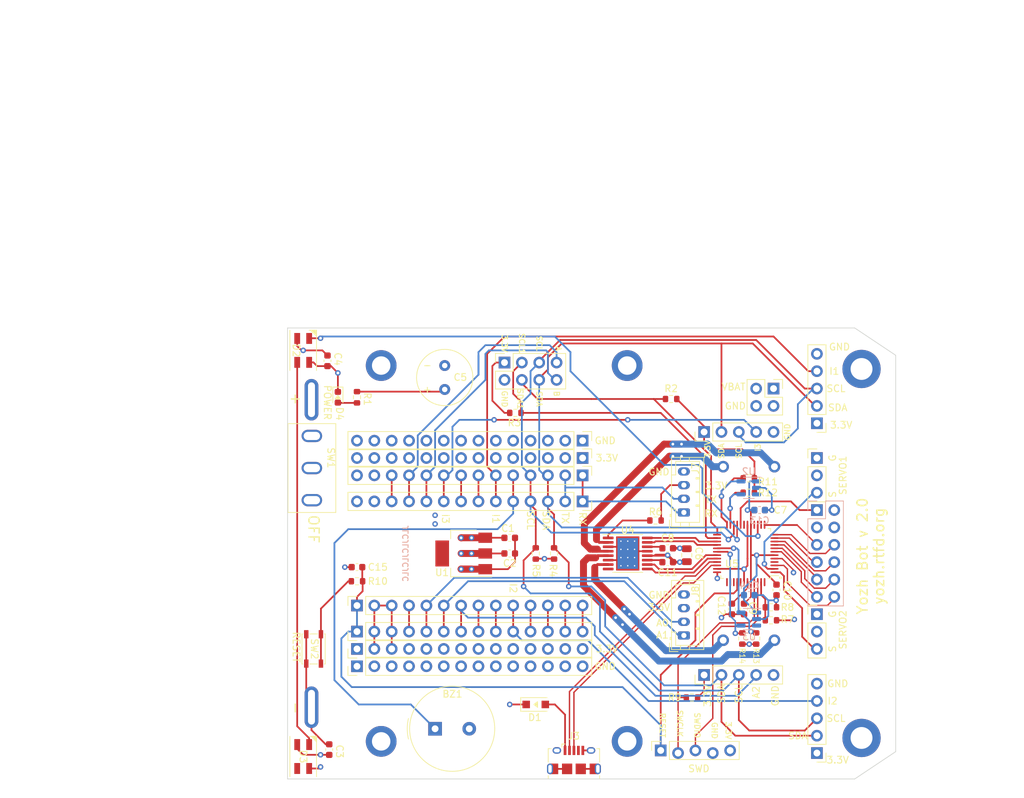
<source format=kicad_pcb>
(kicad_pcb (version 20210722) (generator pcbnew)
  (layers (0 "F.Cu" signal) (1 "In1.Cu" signal) (2 "In2.Cu" signal) (31 "B.Cu" signal) (34 "B.Paste" user) (35 "F.Paste" user) (36 "B.SilkS" user "B.Silkscreen") (37 "F.SilkS" user "F.Silkscreen") (38 "B.Mask" user) (39 "F.Mask" user) (44 "Edge.Cuts" user))
  (net 0 "")
  (net 1 "/MOTOR1A")
  (net 2 "/MOTOR1B")
  (net 3 "/MOTOR2A")
  (net 4 "/MOTOR2B")
  (net 5 "+3V3")
  (net 6 "/ANALOG1")
  (net 7 "/ANALOG2")
  (net 8 "/ANALOG3")
  (net 9 "/ANALOG4")
  (net 10 "/ANALOG5")
  (net 11 "/ANALOG6")
  (net 12 "/ANALOG7")
  (net 13 "/ANALOG8")
  (net 14 "/SERVO1")
  (net 15 "/SERVO2")
  (net 16 "/D-")
  (net 17 "/D+")
  (net 18 "/Motor1A_out")
  (net 19 "/Motor1B_out")
  (net 20 "/Motor2B_out")
  (net 21 "/Motor2A_out")
  (net 22 "/VBAT")
  (net 24 "/I1")
  (net 25 "/I2")
  (net 26 "/SWCLK")
  (net 27 "/SWDIO")
  (net 28 "/SDA1")
  (net 29 "/SCL1")
  (net 30 "/SDA")
  (net 31 "/SCL")
  (net 32 "/nRESET")
  (net 33 "/NEOPIXEL")
  (net 34 "/VSENSE")
  (net 35 "/ENC1_DIR")
  (net 36 "/ENC1_SPEED")
  (net 37 "/ENC2_DIR")
  (net 38 "/ENC2_SPEED")
  (net 39 "Net-(C8-Pad2)")
  (net 40 "Net-(C11-Pad1)")
  (net 41 "Net-(C12-Pad2)")
  (net 42 "/BUZZER")
  (net 43 "Net-(D1-Pad2)")
  (net 44 "Net-(D4-Pad2)")
  (net 45 "GNDREF")
  (net 46 "/ANALOG_CTRL")
  (net 47 "VCC")
  (net 48 "/RX")
  (net 49 "/TX")
  (net 50 "/9")
  (net 51 "/10")
  (net 52 "/11")
  (net 53 "/A0")
  (net 54 "/A1")
  (net 55 "/A2")
  (net 56 "/A3")
  (net 58 "Net-(J10-Pad12)")
  (net 61 "/24")
  (net 62 "Net-(J11-Pad4)")
  (net 63 "Net-(J11-Pad11)")
  (net 64 "Net-(J11-Pad12)")
  (net 65 "Net-(J11-Pad13)")
  (net 66 "Net-(J11-Pad14)")
  (net 67 "Net-(R6-Pad2)")
  (net 68 "Net-(R10-Pad2)")
  (net 81 "/BUT_B")
  (net 82 "/BUT_A")
  (net 83 "Net-(D2-Pad1)")
  (footprint "LED_SMD:LED_SK6812MINI_PLCC4_3.5x3.5mm_P1.75mm" (layer "F.Cu") (at 22.286 82.718 90)
    (fp_text reference "D3")
    (fp_text value "SK6812MINI")
  )
  (footprint "Connector_PinHeader_2.54mm:PinHeader_1x05_P2.54mm_Vertical" (layer "F.Cu") (at 80.96 35.22 90)
    (fp_text reference "J5" hide)
    (fp_text value "Conn_01x05" hide)
  )
  (footprint "Resistor_SMD:R_0603_1608Metric" (layer "F.Cu") (at 56.322 53 90)
    (fp_text reference "R5")
    (fp_text value "2.2K")
  )
  (footprint "Resistor_SMD:R_0603_1608Metric" (layer "F.Cu") (at 59 53 90)
    (fp_text reference "R4")
    (fp_text value "2.2K")
  )
  (footprint "Capacitor_SMD:C_0603_1608Metric" (layer "F.Cu") (at 75.626 52.238 180)
    (fp_text reference "C8")
    (fp_text value "2.2uF")
  )
  (footprint "LED_SMD:LED_SK6812MINI_PLCC4_3.5x3.5mm_P1.75mm" (layer "F.Cu") (at 22.286 23.282 90)
    (fp_text reference "D2")
    (fp_text value "SK6812MINI")
  )
  (footprint "shurik-personal:slot_200_40_mil" (layer "F.Cu") (at 23.5 30.5)
    (fp_text reference "REF**" hide)
    (fp_text value "slot_200_40_mil" hide)
  )
  (footprint "MountingHole:MountingHole_2.7mm_M2.5_ISO7380_Pad" (layer "F.Cu") (at 69.7 25.5)
    (fp_text reference "REF**" hide)
    (fp_text value "MountingHole_2.7mm_M2.5_ISO7380_Pad" hide)
  )
  (footprint "Capacitor_SMD:C_0603_1608Metric" (layer "F.Cu") (at 30.16 55)
    (fp_text reference "C15")
    (fp_text value "100nF")
  )
  (footprint "shurik-personal:slot_200_40_mil" (layer "F.Cu") (at 23.5 75.5)
    (fp_text reference "REF**" hide)
    (fp_text value "slot_200_40_mil" hide)
  )
  (footprint "shurik-personal:connector-1p-generic-nosilk" (layer "F.Cu") (at 83.750023 40.299996)
    (fp_text reference "J22" hide)
    (fp_text value "Conn_01x01" hide)
  )
  (footprint "shurik-personal:HTSSOP-16-1EP_4.4x5mm_P0.65mm_EP3.4x5mm_Mask2.46x2.31mm_ThermalVias_reduced" (layer "F.Cu") (at 69.784 53)
    (fp_text reference "U4")
    (fp_text value "DRV8833PWP")
  )
  (footprint "MountingHole:MountingHole_3.2mm_M3_DIN965_Pad" (layer "F.Cu") (at 104 80)
    (fp_text reference "REF**" hide)
    (fp_text value "MountingHole_3.2mm_M3_DIN965_Pad" hide)
  )
  (footprint "Capacitor_SMD:C_0603_1608Metric" (layer "F.Cu") (at 86.802 61.128 90)
    (fp_text reference "C9")
    (fp_text value "100nF")
  )
  (footprint "Capacitor_SMD:C_0603_1608Metric" (layer "F.Cu") (at 89.088 46.65 180)
    (fp_text reference "C7")
    (fp_text value "100nF")
  )
  (footprint "Capacitor_SMD:C_0603_1608Metric" (layer "F.Cu") (at 52.512 50.714 180)
    (fp_text reference "C1")
    (fp_text value "1uF")
  )
  (footprint "Connector_PinHeader_2.54mm:PinHeader_1x03_P2.54mm_Vertical" (layer "F.Cu") (at 97.47 61.89)
    (fp_text reference "J18" hide)
    (fp_text value "Conn_01x03" hide)
  )
  (footprint "Capacitor_SMD:C_0603_1608Metric" (layer "F.Cu") (at 26.096 81.702 -90)
    (fp_text reference "C3")
    (fp_text value "100nF")
  )
  (footprint "Connector_JST:JST_PH_B4B-PH-K_1x04_P2.00mm_Vertical" (layer "F.Cu") (at 78 47 90)
    (fp_text reference "J7")
    (fp_text value "Conn_01x04" hide)
  )
  (footprint "Capacitor_SMD:C_0603_1608Metric" (layer "F.Cu") (at 52.512 53 180)
    (fp_text reference "C2")
    (fp_text value "1uF")
  )
  (footprint "Resistor_SMD:R_0603_1608Metric" (layer "F.Cu") (at 79.182 74.082 180)
    (fp_text reference "R9")
    (fp_text value "1K")
  )
  (footprint "Connector_USB:USB_Micro-B_Amphenol_10118194_Horizontal" (layer "F.Cu") (at 61.91 83.226)
    (fp_text reference "J3")
    (fp_text value "USB_B_Micro")
  )
  (footprint "Package_TO_SOT_SMD:SOT-223" (layer "F.Cu") (at 45.781 53 180)
    (fp_text reference "U1")
    (fp_text value "AZ1117EH-3.3")
  )
  (footprint "shurik-personal:connector-1p-generic-nosilk" (layer "F.Cu") (at 91.250008 40.299996)
    (fp_text reference "J16" hide)
    (fp_text value "Conn_01x01" hide)
  )
  (footprint "Capacitor_SMD:C_0603_1608Metric" (layer "F.Cu") (at 75.626 54.27)
    (fp_text reference "C11")
    (fp_text value "10nF")
  )
  (footprint "shurik-personal:PinSocket_1x05_P2.54mm_Lock" (layer "F.Cu") (at 74.610011 81.828996 90)
    (fp_text reference "J2" hide)
    (fp_text value "Conn_01x05" hide)
  )
  (footprint "Connector_PinSocket_2.54mm:PinSocket_1x14_P2.54mm_Vertical" (layer "F.Cu") (at 30.16 60.62 90)
    (fp_text reference "J11" hide)
    (fp_text value "Conn_01x14" hide)
  )
  (footprint "shurik-personal:QFP-48_7x7_Pitch0.5mm_reduced" (layer "F.Cu") (at 87.056 53 180)
    (fp_text reference "U5")
    (fp_text value "ATSAMD21G18A-A")
  )
  (footprint "Resistor_SMD:R_0603_1608Metric" (layer "F.Cu") (at 30.16 57.064 180)
    (fp_text reference "R10")
    (fp_text value "1K")
  )
  (footprint "Resistor_SMD:R_0603_1608Metric" (layer "F.Cu") (at 90.739 60.874)
    (fp_text reference "R8")
    (fp_text value "10K")
  )
  (footprint "Connector_PinSocket_2.54mm:PinSocket_1x14_P2.54mm_Vertical" (layer "F.Cu") (at 63.18 45.38 -90)
    (fp_text reference "J10" hide)
    (fp_text value "Conn_01x14" hide)
  )
  (footprint "Connector_PinHeader_2.54mm:PinHeader_1x05_P2.54mm_Vertical" (layer "F.Cu") (at 97.47 82.21 180)
    (fp_text reference "J21" hide)
    (fp_text value "Conn_01x05" hide)
  )
  (footprint "MountingHole:MountingHole_3.2mm_M3_DIN965_Pad" (layer "F.Cu") (at 104 26)
    (fp_text reference "REF**" hide)
    (fp_text value "MountingHole_3.2mm_M3_DIN965_Pad" hide)
  )
  (footprint "Resistor_SMD:R_0603_1608Metric" (layer "F.Cu") (at 87.5 42 180)
    (fp_text reference "R11")
    (fp_text value "10K")
  )
  (footprint "Capacitor_SMD:C_0603_1608Metric" (layer "F.Cu") (at 25.842 24.806 90)
    (fp_text reference "C4")
    (fp_text value "100nF")
  )
  (footprint "Connector_PinHeader_2.54mm:PinHeader_1x14_P2.54mm_Vertical" (layer "F.Cu") (at 63.18 36.49 -90)
    (fp_text reference "J1" hide)
    (fp_text value "Conn_01x14" hide)
  )
  (footprint "Capacitor_SMD:C_0805_2012Metric" (layer "F.Cu") (at 78.42 53.254 90)
    (fp_text reference "C6")
    (fp_text value "10uF")
  )
  (footprint "Connector_PinHeader_2.54mm:PinHeader_1x14_P2.54mm_Vertical" (layer "F.Cu") (at 63.18 39.03 -90)
    (fp_text reference "J4" hide)
    (fp_text value "Conn_01x14" hide)
  )
  (footprint "Resistor_SMD:R_0603_1608Metric" (layer "F.Cu") (at 53.337 32.426)
    (fp_text reference "R3")
    (fp_text value "2.2K")
  )
  (footprint "Connector_PinHeader_2.54mm:PinHeader_1x14_P2.54mm_Vertical" (layer "F.Cu") (at 30.16 66.97 90)
    (fp_text reference "J14" hide)
    (fp_text value "Conn_01x14" hide)
  )
  (footprint "Connector_PinHeader_2.54mm:PinHeader_1x14_P2.54mm_Vertical" (layer "F.Cu") (at 30.16 64.43 90)
    (fp_text reference "J13" hide)
    (fp_text value "Conn_01x14" hide)
  )
  (footprint "Resistor_SMD:R_0603_1608Metric" (layer "F.Cu") (at 30.16 30.14 -90)
    (fp_text reference "R1")
    (fp_text value "1K")
  )
  (footprint "Capacitor_THT:C_Radial_D8.0mm_H7.0mm_P3.50mm" (layer "F.Cu") (at 43 29 90)
    (fp_text reference "C5")
    (fp_text value "220uF")
  )
  (footprint "Connector_JST:JST_PH_B4B-PH-K_1x04_P2.00mm_Vertical" (layer "F.Cu") (at 78 65 90)
    (fp_text reference "J8")
    (fp_text value "Conn_01x04" hide)
  )
  (footprint "shurik-personal:connector-1p-generic-nosilk" (layer "F.Cu") (at 91.250008 65.699996)
    (fp_text reference "J17" hide)
    (fp_text value "Conn_01x01" hide)
  )
  (footprint "LED_SMD:LED_0603_1608Metric" (layer "F.Cu") (at 27.366 30.14 -90)
    (fp_text reference "D4")
    (fp_text value "LED")
  )
  (footprint "Capacitor_SMD:C_0603_1608Metric" (layer "F.Cu") (at 85.024 61.128 90)
    (fp_text reference "C12")
    (fp_text value "1uF")
  )
  (footprint "Resistor_SMD:R_0603_1608Metric" (layer "F.Cu") (at 73.848 48.174 180)
    (fp_text reference "R6")
    (fp_text value "10K")
  )
  (footprint "Connector_PinHeader_2.54mm:PinHeader_1x14_P2.54mm_Vertical" (layer "F.Cu") (at 63.18 41.57 -90)
    (fp_text reference "J9" hide)
    (fp_text value "Conn_01x14" hide)
  )
  (footprint "MountingHole:MountingHole_2.7mm_M2.5_ISO7380_Pad" (layer "F.Cu") (at 69.7 80.5)
    (fp_text reference "REF**" hide)
    (fp_text value "MountingHole_2.7mm_M2.5_ISO7380_Pad" hide)
  )
  (footprint "Resistor_SMD:R_0603_1608Metric" (layer "F.Cu") (at 76.134 30.394 180)
    (fp_text reference "R2")
    (fp_text value "2.2K")
  )
  (footprint "Buzzer_Beeper:Buzzer_TDK_PS1240P02BT_D12.2mm_H6.5mm" (layer "F.Cu") (at 41.59 78.654)
    (fp_text reference "BZ1")
    (fp_text value "Buzzer")
  )
  (footprint "MountingHole:MountingHole_2.7mm_M2.5_ISO7380_Pad" (layer "F.Cu") (at 33.7 25.5)
    (fp_text reference "REF**" hide)
    (fp_text value "MountingHole_2.7mm_M2.5_ISO7380_Pad" hide)
  )
  (footprint "Resistor_SMD:R_0603_1608Metric" (layer "F.Cu") (at 90.739 62.779 180)
    (fp_text reference "R7")
    (fp_text value "10K")
  )
  (footprint "Connector_PinHeader_2.54mm:PinHeader_1x05_P2.54mm_Vertical" (layer "F.Cu") (at 97.47 33.945 180)
    (fp_text reference "J20" hide)
    (fp_text value "Conn_01x05" hide)
  )
  (footprint "Connector_PinHeader_2.54mm:PinHeader_1x03_P2.54mm_Vertical" (layer "F.Cu") (at 97.47 39.03)
    (fp_text reference "J19" hide)
    (fp_text value "Conn_01x03" hide)
  )
  (footprint "shurik-personal:SW_SPST_HRO-K2-1808SN" (layer "F.Cu") (at 23.81 66.97 90)
    (fp_text reference "SW2")
    (fp_text value "SW_Push")
  )
  (footprint "Connector_PinHeader_2.54mm:PinHeader_2x02_P2.54mm_Vertical" (layer "F.Cu") (at 91.12 28.87 -90)
    (fp_text reference "J25" hide)
    (fp_text value "Conn_02x02_Odd_Even" hide)
  )
  (footprint "MountingHole:MountingHole_2.7mm_M2.5_ISO7380_Pad" (layer "F.Cu") (at 33.7 80.5)
    (fp_text reference "REF**" hide)
    (fp_text value "MountingHole_2.7mm_M2.5_ISO7380_Pad" hide)
  )
  (footprint "shurik-personal:SW_XKB_SS12D10L3" (layer "F.Cu") (at 23.556 40.5 -90)
    (fp_text reference "SW1")
    (fp_text value "SW_SPDT_XKB_SSD1210L3")
  )
  (footprint "Resistor_SMD:R_0603_1608Metric" (layer "F.Cu") (at 86.548 65.446 90)
    (fp_text reference "R14")
    (fp_text value "10K")
  )
  (footprint "Resistor_SMD:R_0603_1608Metric" (layer "F.Cu") (at 88.58 65.446 90)
    (fp_text reference "R13")
    (fp_text value "10K")
  )
  (footprint "Resistor_SMD:R_0603_1608Metric" (layer "F.Cu") (at 87.5 44.11 180)
    (fp_text reference "R12")
    (fp_text value "10K")
  )
  (footprint "Diode_SMD:D_SOD-123F" (layer "F.Cu") (at 56.322 75.098)
    (fp_text reference "D1")
    (fp_text value "SM4007PL")
  )
  (footprint "shurik-personal:connector-1p-generic-nosilk" (layer "F.Cu") (at 83.750023 65.699996)
    (fp_text reference "J23" hide)
    (fp_text value "Conn_01x01" hide)
  )
  (footprint "Connector_PinHeader_2.54mm:PinHeader_1x05_P2.54mm_Vertical" (layer "F.Cu") (at 80.96 70.78 90)
    (fp_text reference "J6" hide)
    (fp_text value "Conn_01x05" hide)
  )
  (footprint "Connector_PinSocket_2.54mm:PinSocket_2x04_P2.54mm_Vertical" (layer "F.Cu") (at 51.75 25.06 90)
    (fp_text reference "J26" hide)
    (fp_text value "Conn_02x04_Odd_Even" hide)
  )
  (footprint "Capacitor_SMD:C_0603_1608Metric" (layer "F.Cu") (at 91.556 58.334 -90)
    (fp_text reference "C10")
    (fp_text value "100nF")
  )
  (footprint "Connector_PinHeader_2.54mm:PinHeader_1x14_P2.54mm_Vertical" (layer "F.Cu") (at 30.16 69.51 90)
    (fp_text reference "J15" hide)
    (fp_text value "Conn_01x14" hide)
  )
  (footprint "Capacitor_SMD:C_0603_1608Metric" (layer "B.Cu") (at 87.564 59.096 180)
    (fp_text reference "C14")
    (fp_text value "100nF")
  )
  (footprint "Package_TO_SOT_SMD:SOT-23-5" (layer "B.Cu") (at 87.5 62.6 180)
    (fp_text reference "U3")
    (fp_text value "TMAG511x")
  )
  (footprint "Package_TO_SOT_SMD:SOT-23-5" (layer "B.Cu") (at 87.5 43.4 180)
    (fp_text reference "U2")
    (fp_text value "TMAG511x")
  )
  (footprint "Capacitor_SMD:C_0603_1608Metric" (layer "B.Cu") (at 89.088 46.65 180)
    (fp_text reference "C13")
    (fp_text value "100nF")
  )
  (footprint "Connector_PinSocket_2.54mm:PinSocket_2x06_P2.54mm_Vertical" (layer "B.Cu") (at 97.47 46.65 180)
    (fp_text reference "J12" hide)
    (fp_text value "Conn_02x06_Odd_Even")
  )
  (gr_poly (pts (xy 27.747 30.394) (xy 26.985 30.394) (xy 27.366 29.886)) (layer "F.SilkS") (width 0.15) (fill solid))
  (gr_poly (pts (xy 24.191 21.123) (xy 23.429 20.361) (xy 24.191 20.361)) (layer "F.SilkS") (width 0.15) (fill solid))
  (gr_circle (center 92.136 56.556) (end 92.263 56.556) (layer "F.SilkS") (width 0.15) (fill solid))
  (gr_poly (pts (xy 24.236 80.53) (xy 23.474 79.768) (xy 24.236 79.768)) (layer "F.SilkS") (width 0.15) (fill solid))
  (gr_poly (pts (xy 56.576 74.717) (xy 56.576 75.479) (xy 56.068 75.098)) (layer "F.SilkS") (width 0.15) (fill solid))
  (gr_line (start 103 86) (end 20 86) (layer "Edge.Cuts") (width 0.1))
  (gr_line (start 20 20) (end 103 20) (layer "Edge.Cuts") (width 0.1))
  (gr_line (start 103 20) (end 109 24) (layer "Edge.Cuts") (width 0.1))
  (gr_line (start 103 86) (end 109 82) (layer "Edge.Cuts") (width 0.1))
  (gr_line (start 109 82) (end 109 24) (layer "Edge.Cuts") (width 0.1))
  (gr_line (start 20 86) (end 20 20) (layer "Edge.Cuts") (width 0.1))
  (gr_text "JLCJLCJLCJLC" (at 37.272 53 90) (layer "B.SilkS") (effects (font (size 0.8 0.8)) (justify mirror)))
  (gr_text "SDA" (at 57.846 48.174 270) (layer "F.SilkS") (effects (font (size 1 1))))
  (gr_text "SDA1" (at 54.036 30.394 270) (layer "F.SilkS") (effects (font (size 0.8 0.8))))
  (gr_text "SDA" (at 56.83 30.394 270) (layer "F.SilkS") (effects (font (size 0.8 0.8))))
  (gr_text "POWER" (at 25.842 30.902 270) (layer "F.SilkS") (effects (font (size 1 1))))
  (gr_text "GND" (at 66.482 36.49) (layer "F.SilkS") (effects (font (size 1 1))))
  (gr_text "GND" (at 82.484 78.908 270) (layer "F.SilkS") (effects (font (size 0.8 0.8))))
  (gr_text "SWD" (at 80.198 84.496) (layer "F.SilkS") (effects (font (size 1 1))))
  (gr_text "3.3V" (at 66.736 39.03) (layer "F.SilkS") (effects (font (size 1 1))))
  (gr_text "GND" (at 74.356 59.096) (layer "F.SilkS") (effects (font (size 1 1))))
  (gr_text "3.3V" (at 81.468 73.828 90) (layer "F.SilkS") (effects (font (size 1 1))))
  (gr_text "I2" (at 53.02 58.08 270) (layer "F.SilkS") (effects (font (size 1 1))))
  (gr_text "SDA" (at 100.518 31.664) (layer "F.SilkS") (effects (font (size 1 1))))
  (gr_text "RESET" (at 21.27 66.716 270) (layer "F.SilkS") (effects (font (size 1 1))))
  (gr_text "-" (at 21.016 75.606 90) (layer "F.SilkS") (effects (font (size 1.5 1.5) (thickness 0.2))))
  (gr_text "OFF" (at 23.81 49.444 270) (layer "F.SilkS") (effects (font (size 1.5 1.5) (thickness 0.2))))
  (gr_text "GND" (at 93.152 35.22 90) (layer "F.SilkS") (effects (font (size 0.8 0.8))))
  (gr_text "RX" (at 63.18 47.92 270) (layer "F.SilkS") (effects (font (size 1 1))))
  (gr_text "GND" (at 51.75 30.394 270) (layer "F.SilkS") (effects (font (size 0.8 0.8))))
  (gr_text "S" (at 99.756 66.97 90) (layer "F.SilkS") (effects (font (size 1 1))))
  (gr_text "SCL" (at 55.56 48.174 270) (layer "F.SilkS") (effects (font (size 1 1))))
  (gr_text "SCL" (at 100.264 28.87) (layer "F.SilkS") (effects (font (size 1 1))))
  (gr_text "I3" (at 43.114 47.92 270) (layer "F.SilkS") (effects (font (size 1 1))))
  (gr_text "RESET" (at 74.864 78.146 270) (layer "F.SilkS") (effects (font (size 0.8 0.8))))
  (gr_text "+" (at 21.016 30.394 90) (layer "F.SilkS") (effects (font (size 1.5 1.5) (thickness 0.2))))
  (gr_text "SERVO1" (at 101.28 41.57 90) (layer "F.SilkS") (effects (font (size 1 1))))
  (gr_text "B" (at 59.37 29.632 270) (layer "F.SilkS") (effects (font (size 0.8 0.8))))
  (gr_text "SCL" (at 86.04 73.574 90) (layer "F.SilkS") (effects (font (size 1 1))))
  (gr_text "I2" (at 99.756 74.59) (layer "F.SilkS") (effects (font (size 1 1))))
  (gr_text "SCL" (at 56.83 22.266 270) (layer "F.SilkS") (effects (font (size 0.8 0.8))))
  (gr_text "SCL" (at 100.264 77.13) (layer "F.SilkS") (effects (font (size 1 1))))
  (gr_text "TX" (at 60.64 47.793 270) (layer "F.SilkS") (effects (font (size 1 1))))
  (gr_text "I3" (at 88.834 37.506 90) (layer "F.SilkS") (effects (font (size 0.8 0.8))))
  (gr_text "3.3V" (at 82.738 43.094) (layer "F.SilkS") (effects (font (size 1 1))))
  (gr_text "3.3V" (at 81.468 37.76 90) (layer "F.SilkS") (effects (font (size 0.8 0.8))))
  (gr_text "SWCLK" (at 77.404 77.892 270) (layer "F.SilkS") (effects (font (size 0.8 0.8))))
  (gr_text "G" (at 99.756 61.89 90) (layer "F.SilkS") (effects (font (size 1 1))))
  (gr_text "GND" (at 66.482 69.51) (layer "F.SilkS") (effects (font (size 1 1))))
  (gr_text "SERVO2" (at 101.28 64.176 90) (layer "F.SilkS") (effects (font (size 1 1))))
  (gr_text "SCL" (at 86.04 38.014 90) (layer "F.SilkS") (effects (font (size 0.8 0.8))))
  (gr_text "+" (at 40.46 29) (layer "F.SilkS") (effects (font (size 1 1))))
  (gr_text "SWDIO" (at 79.944 78.146 270) (layer "F.SilkS") (effects (font (size 0.8 0.8))))
  (gr_text "GND" (at 91.374 73.828 90) (layer "F.SilkS") (effects (font (size 1 1))))
  (gr_text "S" (at 99.756 44.364 90) (layer "F.SilkS") (effects (font (size 1 1))))
  (gr_text "A2" (at 88.58 73.32 90) (layer "F.SilkS") (effects (font (size 1 1))))
  (gr_text "A" (at 59.624 23.028 270) (layer "F.SilkS") (effects (font (size 0.8 0.8))))
  (gr_text "G" (at 99.756 39.03 90) (layer "F.SilkS") (effects (font (size 1 1))))
  (gr_text "VBAT" (at 85.278 28.616) (layer "F.SilkS") (effects (font (size 1 1))))
  (gr_text "GND" (at 100.518 72.05) (layer "F.SilkS") (effects (font (size 1 1))))
  (gr_text "I1" (at 50.48 47.92 270) (layer "F.SilkS") (effects (font (size 1 1))))
  (gr_text "I1" (at 100.01 26.33) (layer "F.SilkS") (effects (font (size 1 1))))
  (gr_text "RX" (at 81.976 47.158) (layer "F.SilkS") (effects (font (size 1 1))))
  (gr_text "A1" (at 74.864 64.938) (layer "F.SilkS") (effects (font (size 1 1))))
  (gr_text "GND" (at 85.532 31.41) (layer "F.SilkS") (effects (font (size 1 1))))
  (gr_text "GND" (at 74.356 41.062) (layer "F.SilkS") (effects (font (size 1 1))))
  (gr_text "SCL1" (at 54.29 22.266 270) (layer "F.SilkS") (effects (font (size 0.8 0.8))))
  (gr_text "SDA" (at 83.5 38.014 90) (layer "F.SilkS") (effects (font (size 0.8 0.8))))
  (gr_text "3.3V" (at 84.516 78.908 270) (layer "F.SilkS") (effects (font (size 0.8 0.8))))
  (gr_text "A0" (at 74.864 63.16) (layer "F.SilkS") (effects (font (size 1 1))))
  (gr_text "Yozh Bot v 2.0\nyozh.rtfd.org" (at 105.344 53.381 90) (layer "F.SilkS") (effects (font (size 1.5 1.5) (thickness 0.22))))
  (gr_text "-" (at 40.46 25.444) (layer "F.SilkS") (effects (font (size 1 1))))
  (gr_text "SDA" (at 94.676 79.67) (layer "F.SilkS") (effects (font (size 1 1))))
  (gr_text "3.3V" (at 66.736 66.97) (layer "F.SilkS") (effects (font (size 1 1))))
  (gr_text "SDA" (at 83.5 73.574 90) (layer "F.SilkS") (effects (font (size 1 1))))
  (gr_text "3.3V" (at 74.356 60.874) (layer "F.SilkS") (effects (font (size 1 1))))
  (gr_text "TX" (at 81.976 45.126) (layer "F.SilkS") (effects (font (size 1 1))))
  (gr_text "3.3V" (at 100.518 83.226) (layer "F.SilkS") (effects (font (size 1 1))))
  (gr_text "3.3V" (at 101.026 34.204) (layer "F.SilkS") (effects (font (size 1 1))))
  (gr_text "GND" (at 100.772 22.774) (layer "F.SilkS") (effects (font (size 1 1))))
  (gr_text "3.3V" (at 51.75 22.266 270) (layer "F.SilkS") (effects (font (size 0.8 0.8))))
  (segment (start 80.226 51.25) (end 82.8935 51.25) (width 0.254) (layer "F.Cu") (net 1))
  (segment (start 79.701 50.725) (end 80.226 51.25) (width 0.254) (layer "F.Cu") (net 1))
  (segment (start 72.6465 50.725) (end 79.701 50.725) (width 0.254) (layer "F.Cu") (net 1))
  (segment (start 73.848 51.222) (end 79.436 51.222) (width 0.254) (layer "F.Cu") (net 2))
  (segment (start 79.436 51.222) (end 79.964 51.75) (width 0.254) (layer "F.Cu") (net 2))
  (segment (start 79.964 51.75) (end 82.8935 51.75) (width 0.254) (layer "F.Cu") (net 2))
  (segment (start 73.695 51.375) (end 73.848 51.222) (width 0.254) (layer "F.Cu") (net 2))
  (segment (start 72.6465 51.375) (end 73.695 51.375) (width 0.254) (layer "F.Cu") (net 2))
  (segment (start 73.848 55.794) (end 73.329 55.275) (width 0.254) (layer "F.Cu") (net 3))
  (segment (start 73.329 55.275) (end 72.6465 55.275) (width 0.254) (layer "F.Cu") (net 3))
  (segment (start 73.848 55.794) (end 79.436 55.794) (width 0.254) (layer "F.Cu") (net 3))
  (segment (start 81.48 53.75) (end 79.436 55.794) (width 0.254) (layer "F.Cu") (net 3))
  (segment (start 81.48 53.75) (end 82.8935 53.75) (width 0.254) (layer "F.Cu") (net 3))
  (segment (start 81.218 53.25) (end 82.8935 53.25) (width 0.254) (layer "F.Cu") (net 4))
  (segment (start 72.6465 54.625) (end 73.695 54.625) (width 0.254) (layer "F.Cu") (net 4))
  (segment (start 79.182 55.286) (end 81.218 53.25) (width 0.254) (layer "F.Cu") (net 4))
  (segment (start 73.695 54.625) (end 74.356 55.286) (width 0.254) (layer "F.Cu") (net 4))
  (segment (start 74.356 55.286) (end 79.182 55.286) (width 0.254) (layer "F.Cu") (net 4))
  (segment (start 21.411 81.589) (end 22.286 82.464) (width 0.254) (layer "F.Cu") (net 5))
  (segment (start 87.564 66.271) (end 86.548 66.271) (width 0.254) (layer "F.Cu") (net 5))
  (segment (start 80.96 73.129) (end 80.96 70.78) (width 0.2032) (layer "F.Cu") (net 5))
  (segment (start 82.23 37.76) (end 80.96 36.49) (width 0.254) (layer "F.Cu") (net 5))
  (segment (start 91.2185 53.25) (end 88.648 53.25) (width 0.254) (layer "F.Cu") (net 5))
  (segment (start 88.644 53.254) (end 88.644 54.524) (width 0.254) (layer "F.Cu") (net 5))
  (segment (start 32.7 60.62) (end 32.7 64.43) (width 0.254) (layer "F.Cu") (net 5))
  (segment (start 87.818 46.65) (end 87.806 46.662) (width 0.254) (layer "F.Cu") (net 5))
  (segment (start 76.959 30.394) (end 80.96 34.395) (width 0.254) (layer "F.Cu") (net 5))
  (segment (start 91.556 57.436) (end 91.556 57.559) (width 0.254) (layer "F.Cu") (net 5))
  (segment (start 35.24 60.62) (end 35.24 64.43) (width 0.254) (layer "F.Cu") (net 5))
  (segment (start 32.7 64.43) (end 32.7 66.97) (width 0.254) (layer "F.Cu") (net 5))
  (segment (start 88.644 54.524) (end 91.556 57.436) (width 0.254) (layer "F.Cu") (net 5))
  (segment (start 82.8935 55.75) (end 82.8935 56.6475) (width 0.254) (layer "F.Cu") (net 5))
  (segment (start 22.286 82.464) (end 24.826 82.464) (width 0.254) (layer "F.Cu") (net 5))
  (segment (start 21.411 21.532) (end 21.411 22.661) (width 0.254) (layer "F.Cu") (net 5))
  (segment (start 25.093 23.282) (end 25.842 24.031) (width 0.254) (layer "F.Cu") (net 5))
  (segment (start 78 43) (end 75.974 43) (width 0.254) (layer "F.Cu") (net 5))
  (segment (start 32.7 60.62) (end 35.24 60.62) (width 0.254) (layer "F.Cu") (net 5))
  (segment (start 87.31 46.65) (end 88.567 46.65) (width 0.254) (layer "F.Cu") (net 5))
  (segment (start 80.96 36.49) (end 80.96 35.22) (width 0.254) (layer "F.Cu") (net 5))
  (segment (start 52.531 32.426) (end 51.75 32.426) (width 0.25) (layer "F.Cu") (net 5))
  (segment (start 49.972 30.648) (end 49.972 25.568) (width 0.25) (layer "F.Cu") (net 5))
  (segment (start 45.4 53) (end 48.931 53) (width 1.016) (layer "F.Cu") (net 5))
  (segment (start 87.806 48.8375) (end 87.806 57.1625) (width 0.254) (layer "F.Cu") (net 5))
  (segment (start 21.411 22.661) (end 22.032 23.282) (width 0.254) (layer "F.Cu") (net 5))
  (segment (start 87.806 53.242) (end 88.632 53.242) (width 0.254) (layer "F.Cu") (net 5))
  (segment (start 48.931 53) (end 51.737 53) (width 0.254) (layer "F.Cu") (net 5))
  (segment (start 88.325 42) (end 88.325 39.537) (width 0.254) (layer "F.Cu") (net 5))
  (segment (start 88.325 39.537) (end 86.548 37.76) (width 0.254) (layer "F.Cu") (net 5))
  (segment (start 50.48 25.06) (end 51.75 25.06) (width 0.25) (layer "F.Cu") (net 5))
  (segment (start 22.286 23.282) (end 25.093 23.282) (width 0.254) (layer "F.Cu") (net 5))
  (segment (start 87.806 59.349) (end 86.802 60.353) (width 0.2032) (layer "F.Cu") (net 5))
  (segment (start 87.806 57.1625) (end 87.806 59.349) (width 0.2032) (layer "F.Cu") (net 5))
  (segment (start 75.974 43) (end 74.673 44.301) (width 0.254) (layer "F.Cu") (net 5))
  (segment (start 22.032 23.282) (end 22.286 23.282) (width 0.254) (layer "F.Cu") (net 5))
  (segment (start 51.75 32.426) (end 49.972 30.648) (width 0.25) (layer "F.Cu") (net 5))
  (segment (start 87.806 46.662) (end 87.806 48.8375) (width 0.254) (layer "F.Cu") (net 5))
  (segment (start 57.592 53.762) (end 56.385 53.762) (width 0.254) (layer "F.Cu") (net 5))
  (segment (start 49.972 25.568) (end 50.48 25.06) (width 0.25) (layer "F.Cu") (net 5))
  (segment (start 57.592 53.762) (end 58.937 53.762) (width 0.254) (layer "F.Cu") (net 5))
  (segment (start 88.58 66.271) (end 87.564 66.271) (width 0.254) (layer "F.Cu") (net 5))
  (segment (start 80.007 74.082) (end 80.96 73.129) (width 0.2032) (layer "F.Cu") (net 5))
  (segment (start 80.96 34.395) (end 80.96 35.22) (width 0.254) (layer "F.Cu") (net 5))
  (segment (start 86.548 37.76) (end 82.23 37.76) (width 0.254) (layer "F.Cu") (net 5))
  (segment (start 35.24 64.43) (end 35.24 66.97) (width 0.254) (layer "F.Cu") (net 5))
  (segment (start 24.826 82.464) (end 26.083 82.464) (width 0.254) (layer "F.Cu") (net 5))
  (segment (start 74.673 44.301) (end 74.673 48.174) (width 0.254) (layer "F.Cu") (net 5))
  (segment (start 82.8935 56.6475) (end 82.929 56.683) (width 0.254) (layer "F.Cu") (net 5))
  (segment (start 88.325 44.11) (end 88.325 42) (width 0.254) (layer "F.Cu") (net 5))
  (via (at 45.4 53) (size 0.8) (drill 0.4) (layers "F.Cu" "B.Cu") (net 5))
  (via (at 87.564 66.271) (size 0.8) (drill 0.4) (layers "F.Cu" "B.Cu") (net 5))
  (via (at 24.826 82.464) (size 0.8) (drill 0.4) (layers "F.Cu" "B.Cu") (net 5))
  (via (at 46.924 53) (size 0.8) (drill 0.4) (layers "F.Cu" "B.Cu") (net 5))
  (via (at 41.59 48.682) (size 0.8) (drill 0.4) (layers "F.Cu" "B.Cu") (net 5))
  (via (at 88.644 53.254) (size 0.8) (drill 0.4) (layers "F.Cu" "B.Cu") (net 5))
  (via (at 41.59 47.412) (size 0.8) (drill 0.4) (layers "F.Cu" "B.Cu") (net 5))
  (via (at 87.31 46.65) (size 0.8) (drill 0.4) (layers "F.Cu" "B.Cu") (net 5))
  (via (at 82.8935 56.6475) (size 0.8) (drill 0.4) (layers "F.Cu" "B.Cu") (net 5))
  (via (at 22.286 23.282) (size 0.8) (drill 0.4) (layers "F.Cu" "B.Cu") (net 5))
  (via (at 57.592 53.762) (size 0.8) (drill 0.4) (layers "F.Cu" "B.Cu") (net 5))
  (segment (start 88.6375 61.65) (end 86.789 59.8015) (width 0.254) (layer "B.Cu") (net 5))
  (segment (start 86.789 59.8015) (end 86.789 59.096) (width 0.254) (layer "B.Cu") (net 5))
  (segment (start 88.644 56.238) (end 88.644 53.254) (width 0.254) (layer "B.Cu") (net 5))
  (segment (start 87.564 42.586) (end 87.7 42.45) (width 0.254) (layer "B.Cu") (net 5))
  (segment (start 86.789 58.093) (end 88.644 56.238) (width 0.254) (layer "B.Cu") (net 5))
  (segment (start 86.789 59.096) (end 86.789 58.093) (width 0.254) (layer "B.Cu") (net 5))
  (segment (start 87.564 46.65) (end 87.564 42.586) (width 0.254) (layer "B.Cu") (net 5))
  (segment (start 88.6375 53.2605) (end 88.644 53.254) (width 0.254) (layer "B.Cu") (net 5))
  (segment (start 87.7 42.45) (end 88.6375 42.45) (width 0.254) (layer "B.Cu") (net 5))
  (segment (start 87.31 46.65) (end 88.313 46.65) (width 0.254) (layer "B.Cu") (net 5))
  (segment (start 91.2185 52.75) (end 92.267 52.75) (width 0.2032) (layer "F.Cu") (net 6))
  (segment (start 97.343 59.35) (end 95.184 57.191) (width 0.2032) (layer "F.Cu") (net 6))
  (segment (start 95.184 57.191) (end 95.184 55.667) (width 0.2032) (layer "F.Cu") (net 6))
  (segment (start 95.184 55.667) (end 92.267 52.75) (width 0.2032) (layer "F.Cu") (net 6))
  (segment (start 96.454 60.62) (end 98.994 60.62) (width 0.2032) (layer "F.Cu") (net 7))
  (segment (start 98.994 60.62) (end 100.01 59.604) (width 0.2032) (layer "F.Cu") (net 7))
  (segment (start 91.2185 54.75) (end 92.616 54.75) (width 0.2032) (layer "F.Cu") (net 7))
  (segment (start 93.152 57.318) (end 96.454 60.62) (width 0.2032) (layer "F.Cu") (net 7))
  (segment (start 92.616 54.75) (end 93.152 55.286) (width 0.2032) (layer "F.Cu") (net 7))
  (segment (start 93.152 55.286) (end 93.152 57.318) (width 0.2032) (layer "F.Cu") (net 7))
  (segment (start 92.664 51.75) (end 97.47 56.556) (width 0.2032) (layer "F.Cu") (net 8))
  (segment (start 91.2185 51.75) (end 92.664 51.75) (width 0.2032) (layer "F.Cu") (net 8))
  (segment (start 92.402 52.25) (end 95.692 55.54) (width 0.2032) (layer "F.Cu") (net 9))
  (segment (start 98.74 58.08) (end 100.01 56.81) (width 0.2032) (layer "F.Cu") (net 9))
  (segment (start 97.089 58.08) (end 98.74 58.08) (width 0.2032) (layer "F.Cu") (net 9))
  (segment (start 91.2185 52.25) (end 92.402 52.25) (width 0.2032) (layer "F.Cu") (net 9))
  (segment (start 95.692 55.54) (end 95.692 56.683) (width 0.2032) (layer "F.Cu") (net 9))
  (segment (start 95.692 56.683) (end 97.089 58.08) (width 0.2032) (layer "F.Cu") (net 9))
  (segment (start 91.2185 50.75) (end 93.442 50.75) (width 0.2032) (layer "F.Cu") (net 10))
  (segment (start 93.442 50.75) (end 96.962 54.27) (width 0.2032) (layer "F.Cu") (net 10))
  (segment (start 98.74 55.54) (end 100.01 54.27) (width 0.2032) (layer "F.Cu") (net 11))
  (segment (start 91.2185 51.25) (end 92.799 51.25) (width 0.2032) (layer "F.Cu") (net 11))
  (segment (start 97.089 55.54) (end 98.74 55.54) (width 0.2032) (layer "F.Cu") (net 11))
  (segment (start 92.799 51.25) (end 97.089 55.54) (width 0.2032) (layer "F.Cu") (net 11))
  (segment (start 91.2185 50.25) (end 93.704 50.25) (width 0.2032) (layer "F.Cu") (net 12))
  (segment (start 100.01 51.73) (end 98.74 53) (width 0.2032) (layer "F.Cu") (net 12))
  (segment (start 93.704 50.25) (end 96.454 53) (width 0.2032) (layer "F.Cu") (net 12))
  (segment (start 96.454 53) (end 98.74 53) (width 0.2032) (layer "F.Cu") (net 12))
  (segment (start 94.5775 48.8375) (end 89.806 48.8375) (width 0.254) (layer "F.Cu") (net 13))
  (segment (start 94.5775 48.8375) (end 97.47 51.73) (width 0.2032) (layer "F.Cu") (net 13))
  (segment (start 91.2185 55.25) (end 90.259 55.25) (width 0.254) (layer "F.Cu") (net 14))
  (segment (start 90.259 55.25) (end 89.787 54.778) (width 0.254) (layer "F.Cu") (net 14))
  (segment (start 89.787 54.778) (end 89.787 54.524) (width 0.254) (layer "F.Cu") (net 14))
  (via (at 89.787 54.524) (size 0.8) (drill 0.4) (layers "F.Cu" "B.Cu") (net 14))
  (segment (start 89.787 51.285) (end 96.962 44.11) (width 0.254) (layer "B.Cu") (net 14))
  (segment (start 89.787 54.524) (end 89.787 51.285) (width 0.254) (layer "B.Cu") (net 14))
  (segment (start 96.708 66.97) (end 97.47 66.97) (width 0.254) (layer "F.Cu") (net 15))
  (segment (start 95.311 61.001) (end 95.311 65.192) (width 0.254) (layer "F.Cu") (net 15))
  (segment (start 91.2185 55.75) (end 92.092 55.75) (width 0.254) (layer "F.Cu") (net 15))
  (segment (start 95.311 65.192) (end 97.089 66.97) (width 0.254) (layer "F.Cu") (net 15))
  (segment (start 92.644 56.302) (end 92.644 58.334) (width 0.254) (layer "F.Cu") (net 15))
  (segment (start 92.644 58.334) (end 95.311 61.001) (width 0.254) (layer "F.Cu") (net 15))
  (segment (start 92.092 55.75) (end 92.644 56.302) (width 0.254) (layer "F.Cu") (net 15))
  (segment (start 81.742 54.25) (end 82.8935 54.25) (width 0.2032) (layer "F.Cu") (net 16))
  (segment (start 78.166 56.302) (end 79.69 56.302) (width 0.2032) (layer "F.Cu") (net 16))
  (segment (start 61.26 81.826) (end 61.26 73.208) (width 0.2032) (layer "F.Cu") (net 16))
  (segment (start 79.69 56.302) (end 81.742 54.25) (width 0.2032) (layer "F.Cu") (net 16))
  (segment (start 61.26 73.208) (end 78.166 56.302) (width 0.2032) (layer "F.Cu") (net 16))
  (segment (start 61.91 81.826) (end 61.91 73.32) (width 0.2032) (layer "F.Cu") (net 17))
  (segment (start 82.8935 54.75) (end 82.004 54.75) (width 0.2032) (layer "F.Cu") (net 17))
  (segment (start 61.91 73.32) (end 77.912 57.318) (width 0.2032) (layer "F.Cu") (net 17))
  (segment (start 79.436 57.318) (end 81.976 54.778) (width 0.2032) (layer "F.Cu") (net 17))
  (segment (start 77.912 57.318) (end 79.436 57.318) (width 0.2032) (layer "F.Cu") (net 17))
  (segment (start 77.658 38.776) (end 75.88 38.776) (width 1.016) (layer "F.Cu") (net 18))
  (segment (start 75.88 38.776) (end 65.212 49.444) (width 1.016) (layer "F.Cu") (net 18))
  (segment (start 65.212 49.444) (end 65.212 50.968) (width 1.016) (layer "F.Cu") (net 18))
  (segment (start 66.921496 51.375) (end 65.619 51.375) (width 0.4064) (layer "F.Cu") (net 18))
  (segment (start 65.619 51.375) (end 65.212 50.968) (width 0.4064) (layer "F.Cu") (net 18))
  (via (at 77.658 38.776) (size 0.8) (drill 0.4) (layers "F.Cu" "B.Cu") (net 18))
  (via (at 76.388 38.776) (size 0.8) (drill 0.4) (layers "F.Cu" "B.Cu") (net 18))
  (segment (start 80.706 38.776) (end 82.23 40.3) (width 1.016) (layer "B.Cu") (net 18))
  (segment (start 76.388 38.776) (end 77.658 38.776) (width 1.016) (layer "B.Cu") (net 18))
  (segment (start 77.658 38.776) (end 80.706 38.776) (width 1.016) (layer "B.Cu") (net 18))
  (segment (start 82.23 40.3) (end 83.75 40.3) (width 1.016) (layer "B.Cu") (net 18))
  (segment (start 66.921496 52.675) (end 64.633 52.675) (width 0.4064) (layer "F.Cu") (net 19))
  (segment (start 63.434 48.682) (end 63.434 51.476) (width 1.016) (layer "F.Cu") (net 19))
  (segment (start 75.118 36.998) (end 63.434 48.682) (width 1.016) (layer "F.Cu") (net 19))
  (segment (start 64.633 52.675) (end 64.323 52.365) (width 0.4064) (layer "F.Cu") (net 19))
  (segment (start 63.434 51.476) (end 64.323 52.365) (width 1.016) (layer "F.Cu") (net 19))
  (segment (start 64.323 52.365) (end 65.339 52.365) (width 1.016) (layer "F.Cu") (net 19))
  (segment (start 77.658 36.998) (end 75.118 36.998) (width 1.016) (layer "F.Cu") (net 19))
  (via (at 76.388 36.998) (size 0.8) (drill 0.4) (layers "F.Cu" "B.Cu") (net 19))
  (via (at 77.658 36.998) (size 0.8) (drill 0.4) (layers "F.Cu" "B.Cu") (net 19))
  (segment (start 82.738 38.268) (end 89.218 38.268) (width 1.016) (layer "B.Cu") (net 19))
  (segment (start 76.388 36.998) (end 77.658 36.998) (width 1.016) (layer "B.Cu") (net 19))
  (segment (start 81.468 36.998) (end 82.738 38.268) (width 1.016) (layer "B.Cu") (net 19))
  (segment (start 89.218 38.268) (end 91.25 40.3) (width 1.016) (layer "B.Cu") (net 19))
  (segment (start 77.658 36.998) (end 81.468 36.998) (width 1.016) (layer "B.Cu") (net 19))
  (segment (start 63.307 54.27) (end 63.942 53.635) (width 1.016) (layer "F.Cu") (net 20))
  (segment (start 63.307 57.699) (end 63.307 54.27) (width 1.016) (layer "F.Cu") (net 20))
  (segment (start 63.942 53.635) (end 65.085 53.635) (width 1.016) (layer "F.Cu") (net 20))
  (segment (start 66.9215 53.325) (end 65.395 53.325) (width 0.4064) (layer "F.Cu") (net 20))
  (segment (start 69.022 63.414) (end 63.307 57.699) (width 1.016) (layer "F.Cu") (net 20))
  (segment (start 65.395 53.325) (end 65.085 53.635) (width 0.4064) (layer "F.Cu") (net 20))
  (via (at 69.022 63.414) (size 0.8) (drill 0.4) (layers "F.Cu" "B.Cu") (net 20))
  (via (at 68.006 62.398) (size 0.8) (drill 0.4) (layers "F.Cu" "B.Cu") (net 20))
  (segment (start 68.006 62.398) (end 69.022 63.414) (width 1.016) (layer "B.Cu") (net 20))
  (segment (start 89.153 67.797) (end 91.25 65.7) (width 1.016) (layer "B.Cu") (net 20))
  (segment (start 84.451 67.797) (end 89.153 67.797) (width 1.016) (layer "B.Cu") (net 20))
  (segment (start 69.022 63.414) (end 74.356 68.748) (width 1.016) (layer "B.Cu") (net 20))
  (segment (start 83.5 68.748) (end 84.451 67.797) (width 1.016) (layer "B.Cu") (net 20))
  (segment (start 74.356 68.748) (end 83.5 68.748) (width 1.016) (layer "B.Cu") (net 20))
  (segment (start 65.365 54.625) (end 64.958 55.032) (width 0.4064) (layer "F.Cu") (net 21))
  (segment (start 64.958 56.81) (end 64.958 55.032) (width 1.016) (layer "F.Cu") (net 21))
  (segment (start 70.038 61.89) (end 64.958 56.81) (width 1.016) (layer "F.Cu") (net 21))
  (segment (start 66.9215 54.625) (end 65.365 54.625) (width 0.4064) (layer "F.Cu") (net 21))
  (via (at 69.276 61.128) (size 0.8) (drill 0.4) (layers "F.Cu" "B.Cu") (net 21))
  (via (at 70.038 61.89) (size 0.8) (drill 0.4) (layers "F.Cu" "B.Cu") (net 21))
  (segment (start 69.276 61.128) (end 70.038 61.89) (width 1.016) (layer "B.Cu") (net 21))
  (segment (start 82.226 67.224) (end 83.75 65.7) (width 1.016) (layer "B.Cu") (net 21))
  (segment (start 70.038 61.89) (end 75.372 67.224) (width 1.016) (layer "B.Cu") (net 21))
  (segment (start 75.372 67.224) (end 82.226 67.224) (width 1.016) (layer "B.Cu") (net 21))
  (segment (start 91.12 21.25) (end 96.195 26.325) (width 0.254) (layer "F.Cu") (net 24))
  (segment (start 50.48 41.57) (end 50.48 45.38) (width 0.254) (layer "F.Cu") (net 24))
  (segment (start 96.195 26.325) (end 97.47 26.325) (width 0.254) (layer "F.Cu") (net 24))
  (segment (start 51.75 21.25) (end 91.12 21.25) (width 0.254) (layer "F.Cu") (net 24))
  (segment (start 49.21 23.79) (end 51.75 21.25) (width 0.254) (layer "F.Cu") (net 24))
  (segment (start 49.21 40.3) (end 49.21 23.79) (width 0.254) (layer "F.Cu") (net 24))
  (segment (start 50.48 41.57) (end 49.21 40.3) (width 0.254) (layer "F.Cu") (net 24))
  (segment (start 53.02 60.62) (end 53.02 64.43) (width 0.254) (layer "F.Cu") (net 25))
  (segment (start 98.232 74.59) (end 97.47 74.59) (width 0.254) (layer "F.Cu") (net 25))
  (segment (start 54.29 65.7) (end 53.02 64.43) (width 0.254) (layer "B.Cu") (net 25))
  (segment (start 97.47 74.59) (end 72.832 74.59) (width 0.254) (layer "B.Cu") (net 25))
  (segment (start 72.832 74.59) (end 63.942 65.7) (width 0.254) (layer "B.Cu") (net 25))
  (segment (start 63.942 65.7) (end 54.29 65.7) (width 0.254) (layer "B.Cu") (net 25))
  (segment (start 78.357 74.082) (end 77.15 74.082) (width 0.2032) (layer "F.Cu") (net 26))
  (segment (start 77.15 74.082) (end 77.15 69.256) (width 0.2032) (layer "F.Cu") (net 26))
  (segment (start 77.15 69.256) (end 83.246 63.16) (width 0.2032) (layer "F.Cu") (net 26))
  (segment (start 88.306 62.418) (end 88.306 57.1625) (width 0.2032) (layer "F.Cu") (net 26))
  (segment (start 77.15 82.21) (end 77.15 74.082) (width 0.2032) (layer "F.Cu") (net 26))
  (segment (start 87.564 63.16) (end 88.306 62.418) (width 0.2032) (layer "F.Cu") (net 26))
  (segment (start 83.246 63.16) (end 87.564 63.16) (width 0.2032) (layer "F.Cu") (net 26))
  (segment (start 87.818 63.668) (end 83.5 63.668) (width 0.2032) (layer "F.Cu") (net 27))
  (segment (start 82.23 77.13) (end 79.69 79.67) (width 0.2032) (layer "F.Cu") (net 27))
  (segment (start 79.69 79.67) (end 79.69 81.829) (width 0.2032) (layer "F.Cu") (net 27))
  (segment (start 82.23 64.938) (end 82.23 77.13) (width 0.2032) (layer "F.Cu") (net 27))
  (segment (start 83.5 63.668) (end 82.23 64.938) (width 0.2032) (layer "F.Cu") (net 27))
  (segment (start 88.806 57.1625) (end 88.806 62.68) (width 0.2032) (layer "F.Cu") (net 27))
  (segment (start 88.806 62.68) (end 87.818 63.668) (width 0.2032) (layer "F.Cu") (net 27))
  (segment (start 81.976 48.428) (end 81.976 38.776) (width 0.254) (layer "F.Cu") (net 28))
  (segment (start 73.594 30.394) (end 64.45 30.394) (width 0.254) (layer "F.Cu") (net 28))
  (segment (start 64.45 30.394) (end 56.576 30.394) (width 0.25) (layer "F.Cu") (net 28))
  (segment (start 56.576 30.394) (end 54.29 28.108) (width 0.25) (layer "F.Cu") (net 28))
  (segment (start 54.29 28.108) (end 54.29 27.6) (width 0.25) (layer "F.Cu") (net 28))
  (segment (start 73.594 30.394) (end 75.309 30.394) (width 0.254) (layer "F.Cu") (net 28))
  (segment (start 81.976 38.776) (end 73.594 30.394) (width 0.254) (layer "F.Cu") (net 28))
  (segment (start 82.8935 49.3455) (end 81.976 48.428) (width 0.254) (layer "F.Cu") (net 28))
  (segment (start 82.8935 50.25) (end 82.8935 49.3455) (width 0.254) (layer "F.Cu") (net 28))
  (segment (start 54.162 32.426) (end 54.162 30.774) (width 0.25) (layer "F.Cu") (net 29))
  (segment (start 81.214 39.03) (end 81.214 50.46) (width 0.254) (layer "F.Cu") (net 29))
  (segment (start 81.214 50.46) (end 81.504 50.75) (width 0.254) (layer "F.Cu") (net 29))
  (segment (start 53.02 29.632) (end 53.02 26.33) (width 0.25) (layer "F.Cu") (net 29))
  (segment (start 81.504 50.75) (end 82.8935 50.75) (width 0.254) (layer "F.Cu") (net 29))
  (segment (start 54.162 30.774) (end 53.02 29.632) (width 0.25) (layer "F.Cu") (net 29))
  (segment (start 54.162 32.426) (end 74.61 32.426) (width 0.254) (layer "F.Cu") (net 29))
  (segment (start 53.02 26.33) (end 54.29 25.06) (width 0.25) (layer "F.Cu") (net 29))
  (segment (start 74.61 32.426) (end 81.214 39.03) (width 0.254) (layer "F.Cu") (net 29))
  (segment (start 58.1 45.38) (end 58.1 46.396) (width 0.254) (layer "F.Cu") (net 30))
  (segment (start 58.1 24.298) (end 60.132 22.266) (width 0.254) (layer "F.Cu") (net 30))
  (segment (start 83.5 70.78) (end 83.5 77.638) (width 0.254) (layer "F.Cu") (net 30))
  (segment (start 83.5 77.638) (end 85.532 79.67) (width 0.254) (layer "F.Cu") (net 30))
  (segment (start 58.1 26.076) (end 58.1 24.298) (width 0.254) (layer "F.Cu") (net 30))
  (segment (start 58.1 46.396) (end 59 47.296) (width 0.254) (layer "F.Cu") (net 30))
  (segment (start 58.1 41.57) (end 58.1 45.38) (width 0.254) (layer "F.Cu") (net 30))
  (segment (start 59 52.175) (end 61.148 54.323) (width 0.25) (layer "F.Cu") (net 30))
  (segment (start 83.5 35.22) (end 83.5 22.266) (width 0.254) (layer "F.Cu") (net 30))
  (segment (start 59 47.296) (end 59 52.175) (width 0.254) (layer "F.Cu") (net 30))
  (segment (start 60.132 22.266) (end 83.5 22.266) (width 0.254) (layer "F.Cu") (net 30))
  (segment (start 61.148 54.323) (end 61.148 57.826) (width 0.25) (layer "F.Cu") (net 30))
  (segment (start 85.786 50.968) (end 85.786 48.8575) (width 0.2032) (layer "F.Cu") (net 30))
  (segment (start 88.072 22.266) (end 97.211 31.405) (width 0.254) (layer "F.Cu") (net 30))
  (segment (start 83.5 22.266) (end 88.072 22.266) (width 0.254) (layer "F.Cu") (net 30))
  (segment (start 85.532 79.67) (end 97.47 79.67) (width 0.254) (layer "F.Cu") (net 30))
  (segment (start 56.84 27.336) (end 58.1 26.076) (width 0.254) (layer "F.Cu") (net 30))
  (via (at 85.786 50.968) (size 0.8) (drill 0.4) (layers "F.Cu" "B.Cu") (net 30))
  (via (at 61.148 57.826) (size 0.8) (drill 0.4) (layers "F.Cu" "B.Cu") (net 30))
  (segment (start 64.45 57.826) (end 61.148 57.826) (width 0.25) (layer "B.Cu") (net 30))
  (segment (start 58.1 45.38) (end 58.1 47.158) (width 0.2032) (layer "B.Cu") (net 30))
  (segment (start 66.482 63.668) (end 66.482 59.858) (width 0.25) (layer "B.Cu") (net 30))
  (segment (start 60.132 49.19) (end 58.1 47.158) (width 0.254) (layer "B.Cu") (net 30))
  (segment (start 81.976 72.304) (end 75.118 72.304) (width 0.25) (layer "B.Cu") (net 30))
  (segment (start 84.008 49.19) (end 60.132 49.19) (width 0.254) (layer "B.Cu") (net 30))
  (segment (start 75.118 72.304) (end 66.482 63.668) (width 0.25) (layer "B.Cu") (net 30))
  (segment (start 57.592 41.57) (end 56.83 40.808) (width 0.254) (layer "B.Cu") (net 30))
  (segment (start 56.83 40.808) (end 56.83 27.61) (width 0.254) (layer "B.Cu") (net 30))
  (segment (start 66.482 59.858) (end 64.45 57.826) (width 0.25) (layer "B.Cu") (net 30))
  (segment (start 85.786 50.968) (end 84.008 49.19) (width 0.254) (layer "B.Cu") (net 30))
  (segment (start 83.5 70.78) (end 81.976 72.304) (width 0.25) (layer "B.Cu") (net 30))
  (segment (start 54.544 54.016) (end 56.322 52.238) (width 0.25) (layer "F.Cu") (net 31))
  (segment (start 85.306 48.8375) (end 85.306 50.178) (width 0.254) (layer "F.Cu") (net 31))
  (segment (start 59.878 21.758) (end 88.58 21.758) (width 0.254) (layer "F.Cu") (net 31))
  (segment (start 95.692 28.87) (end 97.465 28.87) (width 0.254) (layer "F.Cu") (net 31))
  (segment (start 56.322 46.65) (end 56.322 49.497) (width 0.254) (layer "F.Cu") (net 31))
  (segment (start 86.04 70.78) (end 86.04 77.384) (width 0.254) (layer "F.Cu") (net 31))
  (segment (start 95.692 78.908) (end 97.47 77.13) (width 0.254) (layer "F.Cu") (net 31))
  (segment (start 54.544 57.826) (end 54.544 54.016) (width 0.25) (layer "F.Cu") (net 31))
  (segment (start 86.04 77.384) (end 87.564 78.908) (width 0.254) (layer "F.Cu") (net 31))
  (segment (start 55.56 45.888) (end 56.322 46.65) (width 0.254) (layer "F.Cu") (net 31))
  (segment (start 55.56 41.57) (end 55.56 45.38) (width 0.254) (layer "F.Cu") (net 31))
  (segment (start 56.84 24.796) (end 59.878 21.758) (width 0.254) (layer "F.Cu") (net 31))
  (segment (start 85.306 50.178) (end 84.516 50.968) (width 0.254) (layer "F.Cu") (net 31))
  (segment (start 87.564 78.908) (end 95.692 78.908) (width 0.254) (layer "F.Cu") (net 31))
  (segment (start 88.58 21.758) (end 95.692 28.87) (width 0.254) (layer "F.Cu") (net 31))
  (segment (start 56.322 52.238) (end 56.322 49.497) (width 0.25) (layer "F.Cu") (net 31))
  (via (at 84.516 50.968) (size 0.8) (drill 0.4) (layers "F.Cu" "B.Cu") (net 31))
  (via (at 54.544 57.826) (size 0.8) (drill 0.4) (layers "F.Cu" "B.Cu") (net 31))
  (segment (start 87.056 36.744) (end 92.644 36.744) (width 0.254) (layer "B.Cu") (net 31))
  (segment (start 94.676 34.712) (end 94.676 31.156) (width 0.254) (layer "B.Cu") (net 31))
  (segment (start 83.754 73.066) (end 86.04 70.78) (width 0.25) (layer "B.Cu") (net 31))
  (segment (start 55.56 46.904) (end 55.56 45.38) (width 0.254) (layer "B.Cu") (net 31))
  (segment (start 94.676 31.156) (end 96.967 28.865) (width 0.254) (layer "B.Cu") (net 31))
  (segment (start 74.356 73.066) (end 83.754 73.066) (width 0.25) (layer "B.Cu") (net 31))
  (segment (start 55.56 41.57) (end 54.29 40.3) (width 0.254) (layer "B.Cu") (net 31))
  (segment (start 64.196 58.842) (end 65.72 60.366) (width 0.25) (layer "B.Cu") (net 31))
  (segment (start 65.72 64.43) (end 74.356 73.066) (width 0.25) (layer "B.Cu") (net 31))
  (segment (start 65.72 60.366) (end 65.72 64.43) (width 0.25) (layer "B.Cu") (net 31))
  (segment (start 58.608 49.952) (end 83.5 49.952) (width 0.254) (layer "B.Cu") (net 31))
  (segment (start 58.608 49.952) (end 55.56 46.904) (width 0.254) (layer "B.Cu") (net 31))
  (segment (start 54.544 57.826) (end 55.56 58.842) (width 0.25) (layer "B.Cu") (net 31))
  (segment (start 86.04 35.728) (end 87.056 36.744) (width 0.254) (layer "B.Cu") (net 31))
  (segment (start 54.29 40.3) (end 54.29 30.902) (width 0.254) (layer "B.Cu") (net 31))
  (segment (start 54.29 30.902) (end 55.56 29.632) (width 0.254) (layer "B.Cu") (net 31))
  (segment (start 55.56 58.842) (end 64.196 58.842) (width 0.25) (layer "B.Cu") (net 31))
  (segment (start 55.56 26.33) (end 56.83 25.06) (width 0.254) (layer "B.Cu") (net 31))
  (segment (start 92.644 36.744) (end 94.676 34.712) (width 0.254) (layer "B.Cu") (net 31))
  (segment (start 55.56 29.632) (end 55.56 26.33) (width 0.254) (layer "B.Cu") (net 31))
  (segment (start 84.516 50.968) (end 83.5 49.952) (width 0.254) (layer "B.Cu") (net 31))
  (segment (start 30.16 59.35) (end 30.16 60.62) (width 0.254) (layer "F.Cu") (net 32))
  (segment (start 30.985 57.064) (end 30.985 58.525) (width 0.254) (layer "F.Cu") (net 32))
  (segment (start 79.69 61.636) (end 79.69 65.7) (width 0.254) (layer "F.Cu") (net 32))
  (segment (start 85.806 58.314) (end 85.278 58.842) (width 0.254) (layer "F.Cu") (net 32))
  (segment (start 85.806 57.1625) (end 85.806 58.314) (width 0.254) (layer "F.Cu") (net 32))
  (segment (start 82.484 58.842) (end 79.69 61.636) (width 0.254) (layer "F.Cu") (net 32))
  (segment (start 79.69 65.7) (end 74.61 70.78) (width 0.254) (layer "F.Cu") (net 32))
  (segment (start 74.61 70.78) (end 74.61 81.829) (width 0.254) (layer "F.Cu") (net 32))
  (segment (start 30.985 58.525) (end 30.16 59.35) (width 0.254) (layer "F.Cu") (net 32))
  (segment (start 30.935 55.286) (end 30.935 57.014) (width 0.254) (layer "F.Cu") (net 32))
  (segment (start 85.278 58.842) (end 82.484 58.842) (width 0.254) (layer "F.Cu") (net 32))
  (segment (start 30.16 60.62) (end 30.16 64.43) (width 0.254) (layer "B.Cu") (net 32))
  (segment (start 69.022 72.558) (end 74.61 78.146) (width 0.254) (layer "B.Cu") (net 32))
  (segment (start 27.874 71.034) (end 29.398 72.558) (width 0.254) (layer "B.Cu") (net 32))
  (segment (start 30.16 64.43) (end 28.89 64.43) (width 0.254) (layer "B.Cu") (net 32))
  (segment (start 74.61 78.146) (end 74.61 81.829) (width 0.254) (layer "B.Cu") (net 32))
  (segment (start 29.398 72.558) (end 69.022 72.558) (width 0.254) (layer "B.Cu") (net 32))
  (segment (start 27.874 65.446) (end 27.874 71.034) (width 0.254) (layer "B.Cu") (net 32))
  (segment (start 28.89 64.43) (end 27.874 65.446) (width 0.254) (layer "B.Cu") (net 32))
  (segment (start 88.834 50.46) (end 88.806 50.432) (width 0.254) (layer "F.Cu") (net 33))
  (segment (start 88.806 50.432) (end 88.806 48.8375) (width 0.254) (layer "F.Cu") (net 33))
  (segment (start 24.826 21.504) (end 23.189 21.504) (width 0.254) (layer "F.Cu") (net 33))
  (via (at 24.826 21.504) (size 0.8) (drill 0.4) (layers "F.Cu" "B.Cu") (net 33))
  (via (at 88.834 50.46) (size 0.8) (drill 0.4) (layers "F.Cu" "B.Cu") (net 33))
  (segment (start 75.118 40.046) (end 61.402 26.33) (width 0.254) (layer "B.Cu") (net 33))
  (segment (start 87.056 50.46) (end 80.706 44.11) (width 0.254) (layer "B.Cu") (net 33))
  (segment (start 61.402 26.33) (end 61.402 23.536) (width 0.254) (layer "B.Cu") (net 33))
  (segment (start 88.834 50.46) (end 87.056 50.46) (width 0.254) (layer "B.Cu") (net 33))
  (segment (start 59.116 21.25) (end 25.08 21.25) (width 0.254) (layer "B.Cu") (net 33))
  (segment (start 80.706 44.11) (end 80.706 40.554) (width 0.254) (layer "B.Cu") (net 33))
  (segment (start 61.402 23.536) (end 59.116 21.25) (width 0.254) (layer "B.Cu") (net 33))
  (segment (start 80.706 40.554) (end 80.198 40.046) (width 0.254) (layer "B.Cu") (net 33))
  (segment (start 80.198 40.046) (end 75.118 40.046) (width 0.254) (layer "B.Cu") (net 33))
  (segment (start 25.08 21.25) (end 24.826 21.504) (width 0.254) (layer "B.Cu") (net 33))
  (segment (start 89.306 57.1625) (end 89.306 59.06) (width 0.254) (layer "F.Cu") (net 34))
  (segment (start 89.914 59.668) (end 89.914 60.874) (width 0.254) (layer "F.Cu") (net 34))
  (segment (start 89.306 59.06) (end 89.914 59.668) (width 0.254) (layer "F.Cu") (net 34))
  (segment (start 89.914 60.874) (end 89.914 62.779) (width 0.254) (layer "F.Cu") (net 34))
  (segment (start 83.5 44.618) (end 83.5 47.666) (width 0.254) (layer "F.Cu") (net 35))
  (segment (start 83.5 43.856) (end 85.356 42) (width 0.254) (layer "F.Cu") (net 35))
  (segment (start 85.356 42) (end 86.675 42) (width 0.254) (layer "F.Cu") (net 35))
  (segment (start 83.5 47.666) (end 84.306 48.472) (width 0.254) (layer "F.Cu") (net 35))
  (segment (start 83.5 44.618) (end 83.5 43.856) (width 0.254) (layer "F.Cu") (net 35))
  (via (at 83.5 44.618) (size 0.8) (drill 0.4) (layers "F.Cu" "B.Cu") (net 35))
  (segment (start 83.5 43.856) (end 84.906 42.45) (width 0.254) (layer "B.Cu") (net 35))
  (segment (start 84.906 42.45) (end 86.3625 42.45) (width 0.254) (layer "B.Cu") (net 35))
  (segment (start 83.5 44.618) (end 83.5 43.856) (width 0.254) (layer "B.Cu") (net 35))
  (segment (start 84.77 46.396) (end 84.77 44.872) (width 0.254) (layer "F.Cu") (net 36))
  (segment (start 86.231 44.11) (end 85.532 44.11) (width 0.254) (layer "F.Cu") (net 36))
  (segment (start 84.806 46.432) (end 84.806 48.8375) (width 0.254) (layer "F.Cu") (net 36))
  (segment (start 84.77 46.396) (end 84.806 46.432) (width 0.254) (layer "F.Cu") (net 36))
  (segment (start 84.77 44.872) (end 85.532 44.11) (width 0.254) (layer "F.Cu") (net 36))
  (via (at 84.77 46.396) (size 0.8) (drill 0.4) (layers "F.Cu" "B.Cu") (net 36))
  (segment (start 86.3625 44.35) (end 85.292 44.35) (width 0.254) (layer "B.Cu") (net 36))
  (segment (start 84.77 44.872) (end 84.77 46.396) (width 0.254) (layer "B.Cu") (net 36))
  (segment (start 85.292 44.35) (end 84.77 44.872) (width 0.254) (layer "B.Cu") (net 36))
  (segment (start 85.278 52.238) (end 82.9055 52.238) (width 0.254) (layer "F.Cu") (net 37))
  (segment (start 88.58 64.621) (end 88.009 64.621) (width 0.254) (layer "F.Cu") (net 37))
  (segment (start 88.009 64.621) (end 87.818 64.43) (width 0.254) (layer "F.Cu") (net 37))
  (via (at 87.818 64.43) (size 0.8) (drill 0.4) (layers "F.Cu" "B.Cu") (net 37))
  (via (at 85.278 52.238) (size 0.8) (drill 0.4) (layers "F.Cu" "B.Cu") (net 37))
  (segment (start 85.738 52.238) (end 85.278 52.238) (width 0.254) (layer "B.Cu") (net 37))
  (segment (start 86 61.2875) (end 86.3625 61.65) (width 0.254) (layer "B.Cu") (net 37))
  (segment (start 87.818 64.43) (end 87.564 64.176) (width 0.254) (layer "B.Cu") (net 37))
  (segment (start 87.564 64.176) (end 87.564 62.8515) (width 0.254) (layer "B.Cu") (net 37))
  (segment (start 86 52.5) (end 85.738 52.238) (width 0.254) (layer "B.Cu") (net 37))
  (segment (start 86 52.5) (end 86 61.2875) (width 0.254) (layer "B.Cu") (net 37))
  (segment (start 87.564 62.8515) (end 86.3625 61.65) (width 0.254) (layer "B.Cu") (net 37))
  (segment (start 84.393 52.75) (end 82.8935 52.75) (width 0.254) (layer "F.Cu") (net 38))
  (segment (start 85.532 64.684) (end 86.485 64.684) (width 0.254) (layer "F.Cu") (net 38))
  (segment (start 84.77 53.127) (end 84.393 52.75) (width 0.254) (layer "F.Cu") (net 38))
  (via (at 85.532 64.684) (size 0.8) (drill 0.4) (layers "F.Cu" "B.Cu") (net 38))
  (via (at 84.77 53.127) (size 0.8) (drill 0.4) (layers "F.Cu" "B.Cu") (net 38))
  (segment (start 85.532 64.684) (end 85.532 63.922) (width 0.254) (layer "B.Cu") (net 38))
  (segment (start 84.77 62.144) (end 84.77 53.127) (width 0.254) (layer "B.Cu") (net 38))
  (segment (start 85.532 63.414) (end 85.668 63.55) (width 0.2032) (layer "B.Cu") (net 38))
  (segment (start 85.532 63.414) (end 85.532 63.922) (width 0.2032) (layer "B.Cu") (net 38))
  (segment (start 85.668 63.55) (end 86.3625 63.55) (width 0.2032) (layer "B.Cu") (net 38))
  (segment (start 84.77 62.144) (end 85.532 62.906) (width 0.2032) (layer "B.Cu") (net 38))
  (segment (start 85.532 62.906) (end 85.532 63.414) (width 0.2032) (layer "B.Cu") (net 38))
  (segment (start 72.6465 52.025) (end 74.638 52.025) (width 0.254) (layer "F.Cu") (net 39))
  (segment (start 72.6465 53.975) (end 74.556 53.975) (width 0.254) (layer "F.Cu") (net 40))
  (segment (start 85.024 60.353) (end 87.306 58.071) (width 0.2032) (layer "F.Cu") (net 41))
  (segment (start 87.306 58.071) (end 87.306 57.1625) (width 0.2032) (layer "F.Cu") (net 41))
  (segment (start 53.02 41.57) (end 53.02 45.38) (width 0.254) (layer "F.Cu") (net 42))
  (segment (start 26.858 71.542) (end 30.414 75.098) (width 0.254) (layer "B.Cu") (net 42))
  (segment (start 26.858 51.476) (end 26.858 71.542) (width 0.254) (layer "B.Cu") (net 42))
  (segment (start 50.734 49.444) (end 28.89 49.444) (width 0.254) (layer "B.Cu") (net 42))
  (segment (start 28.89 49.444) (end 26.858 51.476) (width 0.254) (layer "B.Cu") (net 42))
  (segment (start 53.02 45.38) (end 53.02 47.158) (width 0.254) (layer "B.Cu") (net 42))
  (segment (start 38.034 75.098) (end 41.59 78.654) (width 0.254) (layer "B.Cu") (net 42))
  (segment (start 30.414 75.098) (end 38.034 75.098) (width 0.254) (layer "B.Cu") (net 42))
  (segment (start 53.02 47.158) (end 50.734 49.444) (width 0.254) (layer "B.Cu") (net 42))
  (segment (start 59.116 75.098) (end 57.722 75.098) (width 0.254) (layer "F.Cu") (net 43))
  (segment (start 60.61 76.592) (end 59.116 75.098) (width 0.254) (layer "F.Cu") (net 43))
  (segment (start 60.61 81.826) (end 60.61 76.592) (width 0.254) (layer "F.Cu") (net 43))
  (segment (start 30.16 30.965) (end 27.4035 30.965) (width 0.254) (layer "F.Cu") (net 44))
  (segment (start 27.366 26.584) (end 27.366 29.3525) (width 0.254) (layer "F.Cu") (net 45))
  (segment (start 26.363 25.581) (end 27.366 26.584) (width 0.254) (layer "F.Cu") (net 45))
  (segment (start 87.322 53.75) (end 87.31 53.762) (width 0.254) (layer "F.Cu") (net 45))
  (segment (start 91.556 59.802) (end 91.556 58.775) (width 0.254) (layer "F.Cu") (net 45))
  (segment (start 89.863 46.65) (end 90.866 46.65) (width 0.254) (layer "F.Cu") (net 45))
  (segment (start 91.5 59.858) (end 91.556 59.802) (width 0.254) (layer "F.Cu") (net 45))
  (segment (start 66.9215 53.975) (end 68.509 53.975) (width 0.254) (layer "F.Cu") (net 45))
  (segment (start 24.6 84.468) (end 24.826 84.242) (width 0.254) (layer "F.Cu") (net 45))
  (segment (start 25.842 25.581) (end 26.363 25.581) (width 0.254) (layer "F.Cu") (net 45))
  (segment (start 84.008 61.89) (end 86.789 61.89) (width 0.254) (layer "F.Cu") (net 45))
  (segment (start 53.287 54.257) (end 52.244 55.3) (width 0.254) (layer "F.Cu") (net 45))
  (segment (start 77.404 52.238) (end 78.354 52.238) (width 0.4064) (layer "F.Cu") (net 45))
  (segment (start 83.5 62.398) (end 84.008 61.89) (width 0.254) (layer "F.Cu") (net 45))
  (segment (start 23.5 78.852) (end 23.5 75.5) (width 0.254) (layer "F.Cu") (net 45))
  (segment (start 52.244 55.3) (end 48.931 55.3) (width 0.254) (layer "F.Cu") (net 45))
  (segment (start 82.8935 55.25) (end 86.774 55.25) (width 0.254) (layer "F.Cu") (net 45))
  (segment (start 86.806 55.29) (end 86.802 55.286) (width 0.254) (layer "F.Cu") (net 45))
  (segment (start 72.6465 52.675) (end 70.859 52.675) (width 0.254) (layer "F.Cu") (net 45))
  (segment (start 94.041 55.413) (end 94.041 55.794) (width 0.2032) (layer "F.Cu") (net 45))
  (segment (start 92.378 53.75) (end 94.041 55.413) (width 0.2032) (layer "F.Cu") (net 45))
  (segment (start 66.9215 52.025) (end 68.509 52.025) (width 0.254) (layer "F.Cu") (net 45))
  (segment (start 53.287 53) (end 53.287 54.257) (width 0.254) (layer "F.Cu") (net 45))
  (segment (start 63.21 81.826) (end 64.41 81.826) (width 0.254) (layer "F.Cu") (net 45))
  (segment (start 25.575 80.927) (end 23.5 78.852) (width 0.254) (layer "F.Cu") (net 45))
  (segment (start 86.806 57.1625) (end 86.806 55.29) (width 0.254) (layer "F.Cu") (net 45))
  (segment (start 22.735 69.12) (end 22.735 74.735) (width 0.254) (layer "F.Cu") (net 45))
  (segment (start 22.735 64.82) (end 22.735 69.12) (width 0.254) (layer "F.Cu") (net 45))
  (segment (start 76.401 52.238) (end 77.404 52.238) (width 0.4064) (layer "F.Cu") (net 45))
  (segment (start 23.782 25.032) (end 24.331 25.581) (width 0.254) (layer "F.Cu") (net 45))
  (segment (start 91.5 59.858) (end 91.5 60.81) (width 0.254) (layer "F.Cu") (net 45))
  (segment (start 91.2185 53.75) (end 92.378 53.75) (width 0.2032) (layer "F.Cu") (net 45))
  (segment (start 29.385 55) (end 28.382 55) (width 0.254) (layer "F.Cu") (net 45))
  (segment (start 45.4 55.286) (end 46.924 55.286) (width 1.016) (layer "F.Cu") (net 45))
  (segment (start 53.287 50.714) (end 53.287 53) (width 0.254) (layer "F.Cu") (net 45))
  (segment (start 87.31 53.762) (end 87.31 48.8415) (width 0.254) (layer "F.Cu") (net 45))
  (segment (start 62.91 84.526) (end 65.41 84.526) (width 0.254) (layer "F.Cu") (net 45))
  (segment (start 23.161 25.032) (end 23.782 25.032) (width 0.254) (layer "F.Cu") (net 45))
  (segment (start 48.931 55.3) (end 45.414 55.3) (width 1.016) (layer "F.Cu") (net 45))
  (segment (start 45.414 55.3) (end 45.4 55.286) (width 1.016) (layer "F.Cu") (net 45))
  (segment (start 58.41 84.526) (end 60.91 84.526) (width 0.254) (layer "F.Cu") (net 45))
  (segment (start 87.31 54.778) (end 87.31 53.762) (width 0.254) (layer "F.Cu") (net 45))
  (segment (start 26.096 80.927) (end 25.575 80.927) (width 0.254) (layer "F.Cu") (net 45))
  (segment (start 24.331 25.581) (end 25.842 25.581) (width 0.254) (layer "F.Cu") (net 45))
  (segment (start 86.802 55.286) (end 87.31 54.778) (width 0.254) (layer "F.Cu") (net 45))
  (segment (start 23.161 84.468) (end 24.6 84.468) (width 0.254) (layer "F.Cu") (net 45))
  (via (at 28.382 55) (size 0.8) (drill 0.4) (layers "F.Cu" "B.Cu") (net 45))
  (via (at 91.5 59.858) (size 0.8) (drill 0.4) (layers "F.Cu" "B.Cu") (net 45))
  (via (at 90.866 46.65) (size 0.8) (drill 0.4) (layers "F.Cu" "B.Cu") (net 45))
  (via (at 86.806 55.29) (size 0.8) (drill 0.4) (layers "F.Cu" "B.Cu") (net 45))
  (via (at 77.404 52.238) (size 0.8) (drill 0.4) (layers "F.Cu" "B.Cu") (net 45))
  (via (at 27.366 26.584) (size 0.8) (drill 0.4) (layers "F.Cu" "B.Cu") (net 45))
  (via (at 94.041 55.794) (size 0.8) (drill 0.4) (layers "F.Cu" "B.Cu") (net 45))
  (via (at 46.924 55.286) (size 0.8) (drill 0.4) (layers "F.Cu" "B.Cu") (net 45))
  (via (at 45.4 55.286) (size 0.8) (drill 0.4) (layers "F.Cu" "B.Cu") (net 45))
  (via (at 24.826 84.242) (size 0.8) (drill 0.4) (layers "F.Cu" "B.Cu") (net 45))
  (via (at 83.5 62.398) (size 0.8) (drill 0.4) (layers "F.Cu" "B.Cu") (net 45))
  (segment (start 89.596 59.096) (end 90.358 59.858) (width 0.254) (layer "B.Cu") (net 45))
  (segment (start 89.902 43.4) (end 88.6375 43.4) (width 0.254) (layer "B.Cu") (net 45))
  (segment (start 90.866 46.65) (end 90.866 44.364) (width 0.254) (layer "B.Cu") (net 45))
  (segment (start 88.339 59.096) (end 89.596 59.096) (width 0.254) (layer "B.Cu") (net 45))
  (segment (start 89.863 46.65) (end 90.866 46.65) (width 0.254) (layer "B.Cu") (net 45))
  (segment (start 90.358 59.858) (end 90.358 62.144) (width 0.254) (layer "B.Cu") (net 45))
  (segment (start 90.358 62.144) (end 89.902 62.6) (width 0.254) (layer "B.Cu") (net 45))
  (segment (start 89.902 62.6) (end 88.6375 62.6) (width 0.254) (layer "B.Cu") (net 45))
  (segment (start 90.866 44.364) (end 89.902 43.4) (width 0.254) (layer "B.Cu") (net 45))
  (segment (start 90.358 59.858) (end 91.5 59.858) (width 0.254) (layer "B.Cu") (net 45))
  (segment (start 97.47 46.65) (end 94.93 46.65) (width 0.254) (layer "F.Cu") (net 46))
  (segment (start 87.31 45.38) (end 86.306 46.384) (width 0.254) (layer "F.Cu") (net 46))
  (segment (start 94.93 46.65) (end 93.66 45.38) (width 0.254) (layer "F.Cu") (net 46))
  (segment (start 93.66 45.38) (end 87.31 45.38) (width 0.254) (layer "F.Cu") (net 46))
  (segment (start 86.306 46.384) (end 86.306 48.8375) (width 0.254) (layer "F.Cu") (net 46))
  (segment (start 75.626 53.254) (end 76.388 54.016) (width 0.4064) (layer "F.Cu") (net 47))
  (segment (start 30.16 29.315) (end 42.685 29.315) (width 0.254) (layer "F.Cu") (net 47))
  (segment (start 48.931 50.7) (end 45.414 50.7) (width 1.016) (layer "F.Cu") (net 47))
  (segment (start 48.931 50.7) (end 51.723 50.7) (width 0.254) (layer "F.Cu") (net 47))
  (segment (start 73.777 53.325) (end 73.848 53.254) (width 0.254) (layer "F.Cu") (net 47))
  (segment (start 77.404 54.27) (end 78.354 54.27) (width 0.4064) (layer "F.Cu") (net 47))
  (segment (start 76.401 54.27) (end 77.404 54.27) (width 0.4064) (layer "F.Cu") (net 47))
  (segment (start 73.848 53.254) (end 75.626 53.254) (width 0.4064) (layer "F.Cu") (net 47))
  (segment (start 94.041 62.779) (end 91.564 62.779) (width 0.254) (layer "F.Cu") (net 47))
  (segment (start 94.168 62.652) (end 94.041 62.779) (width 0.254) (layer "F.Cu") (net 47))
  (segment (start 72.6465 53.325) (end 73.777 53.325) (width 0.254) (layer "F.Cu") (net 47))
  (segment (start 54.922 75.098) (end 52.512 75.098) (width 0.254) (layer "F.Cu") (net 47))
  (segment (start 45.414 50.7) (end 45.4 50.714) (width 1.016) (layer "F.Cu") (net 47))
  (via (at 52.512 75.098) (size 0.8) (drill 0.4) (layers "F.Cu" "B.Cu") (net 47))
  (via (at 94.168 62.652) (size 0.8) (drill 0.4) (layers "F.Cu" "B.Cu") (net 47))
  (via (at 77.404 54.27) (size 0.8) (drill 0.4) (layers "F.Cu" "B.Cu") (net 47))
  (via (at 45.4 50.714) (size 0.8) (drill 0.4) (layers "F.Cu" "B.Cu") (net 47))
  (via (at 46.924 50.714) (size 0.8) (drill 0.4) (layers "F.Cu" "B.Cu") (net 47))
  (via (at 75.626 53.254) (size 0.8) (drill 0.4) (layers "F.Cu" "B.Cu") (net 47))
  (segment (start 63.18 41.57) (end 63.18 45.38) (width 0.254) (layer "F.Cu") (net 48))
  (segment (start 75.372 45.38) (end 76.992 47) (width 0.254) (layer "B.Cu") (net 48))
  (segment (start 76.992 47) (end 78 47) (width 0.254) (layer "B.Cu") (net 48))
  (segment (start 63.18 45.38) (end 75.372 45.38) (width 0.254) (layer "B.Cu") (net 48))
  (segment (start 60.64 43.348) (end 74.864 43.348) (width 0.254) (layer "B.Cu") (net 49))
  (segment (start 60.64 43.348) (end 60.64 45.38) (width 0.254) (layer "B.Cu") (net 49))
  (segment (start 60.64 41.57) (end 60.64 43.348) (width 0.254) (layer "B.Cu") (net 49))
  (segment (start 74.864 43.348) (end 76.516 45) (width 0.254) (layer "B.Cu") (net 49))
  (segment (start 76.516 45) (end 78 45) (width 0.254) (layer "B.Cu") (net 49))
  (segment (start 47.94 41.57) (end 47.94 45.38) (width 0.254) (layer "F.Cu") (net 50))
  (segment (start 45.4 41.57) (end 45.4 45.38) (width 0.254) (layer "F.Cu") (net 51))
  (segment (start 42.86 41.57) (end 42.86 45.38) (width 0.254) (layer "F.Cu") (net 52))
  (segment (start 69.784 33.442) (end 50.226 33.442) (width 0.254) (layer "F.Cu") (net 52))
  (via (at 50.226 33.442) (size 0.8) (drill 0.4) (layers "F.Cu" "B.Cu") (net 52))
  (via (at 69.784 33.442) (size 0.8) (drill 0.4) (layers "F.Cu" "B.Cu") (net 52))
  (segment (start 44.13 34.458) (end 44.13 40.808) (width 0.254) (layer "B.Cu") (net 52))
  (segment (start 50.226 33.442) (end 45.146 33.442) (width 0.254) (layer "B.Cu") (net 52))
  (segment (start 86.802 33.442) (end 69.784 33.442) (width 0.254) (layer "B.Cu") (net 52))
  (segment (start 88.58 35.22) (end 86.802 33.442) (width 0.254) (layer "B.Cu") (net 52))
  (segment (start 44.13 40.808) (end 43.368 41.57) (width 0.254) (layer "B.Cu") (net 52))
  (segment (start 45.146 33.442) (end 44.13 34.458) (width 0.254) (layer "B.Cu") (net 52))
  (segment (start 40.32 60.62) (end 40.32 64.43) (width 0.254) (layer "F.Cu") (net 53))
  (segment (start 76.228 63) (end 78 63) (width 0.25) (layer "B.Cu") (net 53))
  (segment (start 69.784 56.556) (end 76.228 63) (width 0.25) (layer "B.Cu") (net 53))
  (segment (start 40.32 60.62) (end 44.384 56.556) (width 0.25) (layer "B.Cu") (net 53))
  (segment (start 44.384 56.556) (end 69.784 56.556) (width 0.25) (layer "B.Cu") (net 53))
  (segment (start 42.86 60.62) (end 42.86 64.43) (width 0.254) (layer "F.Cu") (net 54))
  (segment (start 46.416 57.064) (end 69.276 57.064) (width 0.254) (layer "B.Cu") (net 54))
  (segment (start 77.212 65) (end 78 65) (width 0.25) (layer "B.Cu") (net 54))
  (segment (start 75.212 63) (end 77.212 65) (width 0.25) (layer "B.Cu") (net 54))
  (segment (start 42.86 60.62) (end 42.86 61.382) (width 0.254) (layer "B.Cu") (net 54))
  (segment (start 69.276 57.064) (end 75.212 63) (width 0.254) (layer "B.Cu") (net 54))
  (segment (start 42.86 60.62) (end 46.416 57.064) (width 0.254) (layer "B.Cu") (net 54))
  (segment (start 45.4 60.62) (end 45.4 64.43) (width 0.254) (layer "F.Cu") (net 55))
  (segment (start 45.4 61.382) (end 46.416 62.398) (width 0.254) (layer "B.Cu") (net 55))
  (segment (start 73.848 73.828) (end 85.786 73.828) (width 0.254) (layer "B.Cu") (net 55))
  (segment (start 45.4 60.62) (end 45.4 61.382) (width 0.254) (layer "B.Cu") (net 55))
  (segment (start 63.688 62.398) (end 64.958 63.668) (width 0.254) (layer "B.Cu") (net 55))
  (segment (start 46.416 62.398) (end 63.688 62.398) (width 0.254) (layer "B.Cu") (net 55))
  (segment (start 64.958 63.668) (end 64.958 64.938) (width 0.254) (layer "B.Cu") (net 55))
  (segment (start 64.958 64.938) (end 73.848 73.828) (width 0.254) (layer "B.Cu") (net 55))
  (segment (start 85.786 73.828) (end 88.58 71.034) (width 0.254) (layer "B.Cu") (net 55))
  (segment (start 47.94 60.62) (end 47.94 64.43) (width 0.254) (layer "F.Cu") (net 56))
  (segment (start 35.24 41.57) (end 35.24 45.38) (width 0.254) (layer "F.Cu") (net 58))
  (segment (start 50.48 60.62) (end 50.48 64.43) (width 0.254) (layer "F.Cu") (net 61))
  (segment (start 37.78 60.62) (end 37.78 64.43) (width 0.254) (layer "F.Cu") (net 62))
  (segment (start 55.56 60.62) (end 55.56 64.43) (width 0.254) (layer "F.Cu") (net 63))
  (segment (start 58.1 60.62) (end 58.1 64.43) (width 0.254) (layer "F.Cu") (net 64))
  (segment (start 60.64 60.62) (end 60.64 64.43) (width 0.254) (layer "F.Cu") (net 65))
  (segment (start 63.18 60.62) (end 63.18 64.43) (width 0.254) (layer "F.Cu") (net 66))
  (segment (start 66.9215 50.725) (end 66.9215 50.2745) (width 0.254) (layer "F.Cu") (net 67))
  (segment (start 69.022 48.174) (end 73.023 48.174) (width 0.254) (layer "F.Cu") (net 67))
  (segment (start 66.9215 50.2745) (end 69.022 48.174) (width 0.254) (layer "F.Cu") (net 67))
  (segment (start 24.885 61.069) (end 28.89 57.064) (width 0.254) (layer "F.Cu") (net 68))
  (segment (start 24.885 64.82) (end 24.885 61.069) (width 0.254) (layer "F.Cu") (net 68))
  (segment (start 28.89 57.064) (end 29.335 57.064) (width 0.254) (layer "F.Cu") (net 68))
  (segment (start 24.885 64.82) (end 24.885 69.12) (width 0.254) (layer "F.Cu") (net 68))
  (segment (start 40.32 41.57) (end 40.32 45.38) (width 0.254) (layer "F.Cu") (net 81))
  (segment (start 59.38 27.6) (end 60.132 27.6) (width 0.254) (layer "F.Cu") (net 81))
  (segment (start 46.416 30.14) (end 48.956 27.6) (width 0.25) (layer "B.Cu") (net 81))
  (segment (start 41.59 40.3) (end 41.59 34.966) (width 0.254) (layer "B.Cu") (net 81))
  (segment (start 59.116 27.6) (end 59.37 27.6) (width 0.25) (layer "B.Cu") (net 81))
  (segment (start 57.846 23.282) (end 58.1 23.536) (width 0.25) (layer "B.Cu") (net 81))
  (segment (start 58.1 26.584) (end 59.116 27.6) (width 0.25) (layer "B.Cu") (net 81))
  (segment (start 41.59 34.966) (end 46.416 30.14) (width 0.254) (layer "B.Cu") (net 81))
  (segment (start 48.956 23.79) (end 49.464 23.282) (width 0.25) (layer "B.Cu") (net 81))
  (segment (start 48.956 27.6) (end 48.956 23.79) (width 0.25) (layer "B.Cu") (net 81))
  (segment (start 58.1 23.536) (end 58.1 26.584) (width 0.25) (layer "B.Cu") (net 81))
  (segment (start 40.32 41.57) (end 41.59 40.3) (width 0.254) (layer "B.Cu") (net 81))
  (segment (start 49.464 23.282) (end 57.846 23.282) (width 0.25) (layer "B.Cu") (net 81))
  (segment (start 37.78 41.57) (end 37.78 45.38) (width 0.254) (layer "F.Cu") (net 82))
  (segment (start 48.956 22.52) (end 47.94 23.536) (width 0.25) (layer "B.Cu") (net 82))
  (segment (start 37.78 41.57) (end 39.05 40.3) (width 0.254) (layer "B.Cu") (net 82))
  (segment (start 39.05 40.3) (end 39.05 35.728) (width 0.254) (layer "B.Cu") (net 82))
  (segment (start 59.37 25.06) (end 59.37 23.536) (width 0.25) (layer "B.Cu") (net 82))
  (segment (start 47.94 24.044) (end 47.94 26.838) (width 0.25) (layer "B.Cu") (net 82))
  (segment (start 39.05 35.728) (end 47.94 26.838) (width 0.254) (layer "B.Cu") (net 82))
  (segment (start 47.94 23.536) (end 47.94 26.838) (width 0.25) (layer "B.Cu") (net 82))
  (segment (start 59.37 23.536) (end 58.354 22.52) (width 0.25) (layer "B.Cu") (net 82))
  (segment (start 58.354 22.52) (end 48.956 22.52) (width 0.25) (layer "B.Cu") (net 82))
  (segment (start 21.411 25.032) (end 21.411 78.287) (width 0.254) (layer "F.Cu") (net 83))
  (segment (start 23.161 80.037) (end 23.161 80.968) (width 0.254) (layer "F.Cu") (net 83))
  (segment (start 21.411 78.287) (end 23.161 80.037) (width 0.254) (layer "F.Cu") (net 83))
)
</source>
